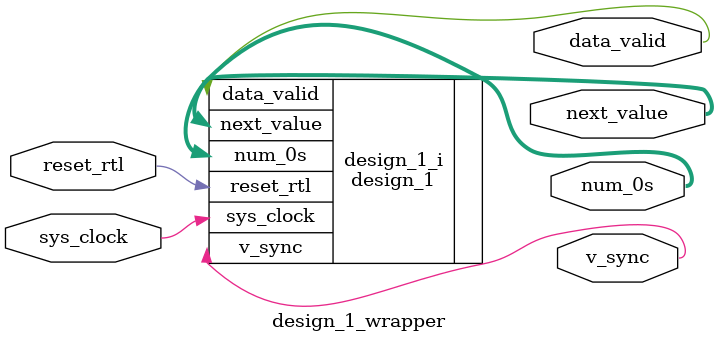
<source format=v>
`timescale 1 ps / 1 ps

module design_1_wrapper
   (data_valid,
    next_value,
    num_0s,
    reset_rtl,
    sys_clock,
    v_sync);
  output data_valid;
  output [7:0]next_value;
  output [3:0]num_0s;
  input reset_rtl;
  input sys_clock;
  output v_sync;

  wire data_valid;
  wire [7:0]next_value;
  wire [3:0]num_0s;
  wire reset_rtl;
  wire sys_clock;
  wire v_sync;

  design_1 design_1_i
       (.data_valid(data_valid),
        .next_value(next_value),
        .num_0s(num_0s),
        .reset_rtl(reset_rtl),
        .sys_clock(sys_clock),
        .v_sync(v_sync));
endmodule

</source>
